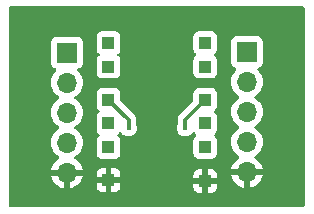
<source format=gbl>
%TF.GenerationSoftware,KiCad,Pcbnew,8.0.3*%
%TF.CreationDate,2024-07-29T06:26:45+12:00*%
%TF.ProjectId,sot23-6,736f7432-332d-4362-9e6b-696361645f70,rev?*%
%TF.SameCoordinates,Original*%
%TF.FileFunction,Copper,L2,Bot*%
%TF.FilePolarity,Positive*%
%FSLAX46Y46*%
G04 Gerber Fmt 4.6, Leading zero omitted, Abs format (unit mm)*
G04 Created by KiCad (PCBNEW 8.0.3) date 2024-07-29 06:26:45*
%MOMM*%
%LPD*%
G01*
G04 APERTURE LIST*
%TA.AperFunction,ComponentPad*%
%ADD10R,1.000000X1.000000*%
%TD*%
%TA.AperFunction,ComponentPad*%
%ADD11O,1.700000X1.700000*%
%TD*%
%TA.AperFunction,ComponentPad*%
%ADD12R,1.700000X1.700000*%
%TD*%
%TA.AperFunction,ViaPad*%
%ADD13C,0.600000*%
%TD*%
%TA.AperFunction,ViaPad*%
%ADD14C,0.400000*%
%TD*%
%TA.AperFunction,Conductor*%
%ADD15C,0.300000*%
%TD*%
%ADD16C,0.300000*%
%ADD17C,0.200000*%
%ADD18C,0.350000*%
G04 APERTURE END LIST*
D10*
%TO.P,TP105,1,1*%
%TO.N,Net-(J101-Pin_2)*%
X95900000Y-90400000D03*
%TD*%
%TO.P,TP102,1,1*%
%TO.N,Net-(J101-Pin_1)*%
X95900000Y-87600000D03*
%TD*%
%TO.P,TP103,1,1*%
%TO.N,Net-(J102-Pin_1)*%
X104100000Y-87600000D03*
%TD*%
%TO.P,TP104,1,1*%
%TO.N,Net-(J102-Pin_1)*%
X104100000Y-85600000D03*
%TD*%
%TO.P,TP107,1,1*%
%TO.N,Net-(J101-Pin_4)*%
X95900000Y-94400000D03*
%TD*%
%TO.P,TP108,1,1*%
%TO.N,Net-(J102-Pin_4)*%
X104100000Y-94400000D03*
%TD*%
%TO.P,TP110,1,1*%
%TO.N,Net-(J102-Pin_2)*%
X104100000Y-90400000D03*
%TD*%
%TO.P,TP111,1,1*%
%TO.N,GND*%
X95900000Y-97200000D03*
%TD*%
%TO.P,TP109,1,1*%
%TO.N,Net-(J102-Pin_3)*%
X104100000Y-92400000D03*
%TD*%
D11*
%TO.P,J102,5,Pin_5*%
%TO.N,GND*%
X107620000Y-96520000D03*
%TO.P,J102,4,Pin_4*%
%TO.N,Net-(J102-Pin_4)*%
X107620000Y-93980000D03*
%TO.P,J102,3,Pin_3*%
%TO.N,Net-(J102-Pin_3)*%
X107620000Y-91440000D03*
%TO.P,J102,2,Pin_2*%
%TO.N,Net-(J102-Pin_2)*%
X107620000Y-88900000D03*
D12*
%TO.P,J102,1,Pin_1*%
%TO.N,Net-(J102-Pin_1)*%
X107620000Y-86360000D03*
%TD*%
D10*
%TO.P,TP112,1,1*%
%TO.N,GND*%
X104100000Y-97300000D03*
%TD*%
%TO.P,TP106,1,1*%
%TO.N,Net-(J101-Pin_3)*%
X95900000Y-92400000D03*
%TD*%
D11*
%TO.P,J101,5,Pin_5*%
%TO.N,GND*%
X92380000Y-96580000D03*
%TO.P,J101,4,Pin_4*%
%TO.N,Net-(J101-Pin_4)*%
X92380000Y-94040000D03*
%TO.P,J101,3,Pin_3*%
%TO.N,Net-(J101-Pin_3)*%
X92380000Y-91500000D03*
%TO.P,J101,2,Pin_2*%
%TO.N,Net-(J101-Pin_2)*%
X92380000Y-88960000D03*
D12*
%TO.P,J101,1,Pin_1*%
%TO.N,Net-(J101-Pin_1)*%
X92380000Y-86420000D03*
%TD*%
D10*
%TO.P,TP101,1,1*%
%TO.N,Net-(J101-Pin_1)*%
X95900000Y-85600000D03*
%TD*%
D13*
%TO.N,GND*%
X110000000Y-83000000D03*
X106000000Y-99000000D03*
X88000000Y-85000000D03*
X88000000Y-87000000D03*
X88000000Y-89000000D03*
X88000000Y-91000000D03*
X88000000Y-93000000D03*
X88000000Y-95000000D03*
X88000000Y-97000000D03*
X88000000Y-99000000D03*
X90000000Y-99000000D03*
X92000000Y-99000000D03*
X94000000Y-99000000D03*
X96000000Y-99000000D03*
X98000000Y-99000000D03*
X100000000Y-99000000D03*
X102000000Y-99000000D03*
X104000000Y-99000000D03*
X108000000Y-99000000D03*
X110000000Y-99000000D03*
X112000000Y-99000000D03*
X112000000Y-97000000D03*
X112000000Y-95000000D03*
X112000000Y-93000000D03*
X112000000Y-91000000D03*
X112000000Y-89000000D03*
X112000000Y-87000000D03*
X112000000Y-85000000D03*
X112000000Y-83000000D03*
X108000000Y-83000000D03*
X106000000Y-83000000D03*
X104000000Y-83000000D03*
X102000000Y-83000000D03*
X100000000Y-83000000D03*
X98000000Y-83000000D03*
X96000000Y-83000000D03*
X94000000Y-83000000D03*
X92000000Y-83000000D03*
X90000000Y-83000000D03*
X88000000Y-83000000D03*
D14*
X102500000Y-90840380D03*
X100000000Y-88200000D03*
X97562500Y-90837500D03*
X100000000Y-91800000D03*
X97200000Y-90100000D03*
X102800000Y-90100000D03*
%TO.N,Net-(J101-Pin_2)*%
X97600000Y-92800000D03*
%TO.N,Net-(J102-Pin_2)*%
X102400000Y-92800000D03*
%TD*%
D15*
%TO.N,Net-(J101-Pin_2)*%
X97600000Y-92100000D02*
X95900000Y-90400000D01*
X97600000Y-92800000D02*
X97600000Y-92100000D01*
%TO.N,Net-(J102-Pin_2)*%
X102400000Y-92100000D02*
X102400000Y-92800000D01*
X104100000Y-90400000D02*
X102400000Y-92100000D01*
%TD*%
%TA.AperFunction,Conductor*%
%TO.N,GND*%
G36*
X112442539Y-82520185D02*
G01*
X112488294Y-82572989D01*
X112499500Y-82624500D01*
X112499500Y-99375500D01*
X112479815Y-99442539D01*
X112427011Y-99488294D01*
X112375500Y-99499500D01*
X87624500Y-99499500D01*
X87557461Y-99479815D01*
X87511706Y-99427011D01*
X87500500Y-99375500D01*
X87500500Y-88959999D01*
X91024341Y-88959999D01*
X91024341Y-88960000D01*
X91044936Y-89195403D01*
X91044938Y-89195413D01*
X91106094Y-89423655D01*
X91106096Y-89423659D01*
X91106097Y-89423663D01*
X91177988Y-89577834D01*
X91205965Y-89637830D01*
X91205967Y-89637834D01*
X91341501Y-89831395D01*
X91341506Y-89831402D01*
X91508597Y-89998493D01*
X91508603Y-89998498D01*
X91694158Y-90128425D01*
X91737783Y-90183002D01*
X91744977Y-90252500D01*
X91713454Y-90314855D01*
X91694158Y-90331575D01*
X91508597Y-90461505D01*
X91341505Y-90628597D01*
X91205965Y-90822169D01*
X91205964Y-90822171D01*
X91106098Y-91036335D01*
X91106094Y-91036344D01*
X91044938Y-91264586D01*
X91044936Y-91264596D01*
X91024341Y-91499999D01*
X91024341Y-91500000D01*
X91044936Y-91735403D01*
X91044938Y-91735413D01*
X91106094Y-91963655D01*
X91106096Y-91963659D01*
X91106097Y-91963663D01*
X91177988Y-92117834D01*
X91205965Y-92177830D01*
X91205967Y-92177834D01*
X91341501Y-92371395D01*
X91341506Y-92371402D01*
X91508597Y-92538493D01*
X91508603Y-92538498D01*
X91694158Y-92668425D01*
X91737783Y-92723002D01*
X91744977Y-92792500D01*
X91713454Y-92854855D01*
X91694158Y-92871575D01*
X91508597Y-93001505D01*
X91341505Y-93168597D01*
X91205965Y-93362169D01*
X91205964Y-93362171D01*
X91106098Y-93576335D01*
X91106094Y-93576344D01*
X91044938Y-93804586D01*
X91044936Y-93804596D01*
X91024341Y-94039999D01*
X91024341Y-94040000D01*
X91044936Y-94275403D01*
X91044938Y-94275413D01*
X91106094Y-94503655D01*
X91106096Y-94503659D01*
X91106097Y-94503663D01*
X91177988Y-94657834D01*
X91205965Y-94717830D01*
X91205967Y-94717834D01*
X91341501Y-94911395D01*
X91341506Y-94911402D01*
X91508597Y-95078493D01*
X91508603Y-95078498D01*
X91694594Y-95208730D01*
X91738219Y-95263307D01*
X91745413Y-95332805D01*
X91713890Y-95395160D01*
X91694595Y-95411880D01*
X91508922Y-95541890D01*
X91508920Y-95541891D01*
X91341891Y-95708920D01*
X91341886Y-95708926D01*
X91206400Y-95902420D01*
X91206399Y-95902422D01*
X91106570Y-96116507D01*
X91106567Y-96116513D01*
X91049364Y-96329999D01*
X91049364Y-96330000D01*
X91946988Y-96330000D01*
X91914075Y-96387007D01*
X91880000Y-96514174D01*
X91880000Y-96645826D01*
X91914075Y-96772993D01*
X91946988Y-96830000D01*
X91049364Y-96830000D01*
X91106567Y-97043486D01*
X91106570Y-97043492D01*
X91206399Y-97257578D01*
X91341894Y-97451082D01*
X91508917Y-97618105D01*
X91702421Y-97753600D01*
X91916507Y-97853429D01*
X91916516Y-97853433D01*
X92130000Y-97910634D01*
X92130000Y-97013012D01*
X92187007Y-97045925D01*
X92314174Y-97080000D01*
X92445826Y-97080000D01*
X92572993Y-97045925D01*
X92630000Y-97013012D01*
X92630000Y-97910633D01*
X92843483Y-97853433D01*
X92843492Y-97853429D01*
X93057578Y-97753600D01*
X93065798Y-97747844D01*
X94900000Y-97747844D01*
X94906401Y-97807372D01*
X94906403Y-97807379D01*
X94956645Y-97942086D01*
X94956649Y-97942093D01*
X95042809Y-98057187D01*
X95042812Y-98057190D01*
X95157906Y-98143350D01*
X95157913Y-98143354D01*
X95292620Y-98193596D01*
X95292627Y-98193598D01*
X95352155Y-98199999D01*
X95352172Y-98200000D01*
X95650000Y-98200000D01*
X96150000Y-98200000D01*
X96447828Y-98200000D01*
X96447844Y-98199999D01*
X96507372Y-98193598D01*
X96507379Y-98193596D01*
X96642086Y-98143354D01*
X96642093Y-98143350D01*
X96757187Y-98057190D01*
X96757190Y-98057187D01*
X96843350Y-97942093D01*
X96843354Y-97942086D01*
X96878504Y-97847844D01*
X103100000Y-97847844D01*
X103106401Y-97907372D01*
X103106403Y-97907379D01*
X103156645Y-98042086D01*
X103156649Y-98042093D01*
X103242809Y-98157187D01*
X103242812Y-98157190D01*
X103357906Y-98243350D01*
X103357913Y-98243354D01*
X103492620Y-98293596D01*
X103492627Y-98293598D01*
X103552155Y-98299999D01*
X103552172Y-98300000D01*
X103850000Y-98300000D01*
X104350000Y-98300000D01*
X104647828Y-98300000D01*
X104647844Y-98299999D01*
X104707372Y-98293598D01*
X104707379Y-98293596D01*
X104842086Y-98243354D01*
X104842093Y-98243350D01*
X104957187Y-98157190D01*
X104957190Y-98157187D01*
X105043350Y-98042093D01*
X105043354Y-98042086D01*
X105093596Y-97907379D01*
X105093598Y-97907372D01*
X105099999Y-97847844D01*
X105100000Y-97847827D01*
X105100000Y-97550000D01*
X104350000Y-97550000D01*
X104350000Y-98300000D01*
X103850000Y-98300000D01*
X103850000Y-97550000D01*
X103100000Y-97550000D01*
X103100000Y-97847844D01*
X96878504Y-97847844D01*
X96893596Y-97807379D01*
X96893598Y-97807372D01*
X96899999Y-97747844D01*
X96900000Y-97747827D01*
X96900000Y-97450000D01*
X96150000Y-97450000D01*
X96150000Y-98200000D01*
X95650000Y-98200000D01*
X95650000Y-97450000D01*
X94900000Y-97450000D01*
X94900000Y-97747844D01*
X93065798Y-97747844D01*
X93251082Y-97618105D01*
X93418105Y-97451082D01*
X93553600Y-97257578D01*
X93603637Y-97150272D01*
X95650000Y-97150272D01*
X95650000Y-97249728D01*
X95688060Y-97341614D01*
X95758386Y-97411940D01*
X95850272Y-97450000D01*
X95949728Y-97450000D01*
X96041614Y-97411940D01*
X96111940Y-97341614D01*
X96149775Y-97250272D01*
X103850000Y-97250272D01*
X103850000Y-97349728D01*
X103888060Y-97441614D01*
X103958386Y-97511940D01*
X104050272Y-97550000D01*
X104149728Y-97550000D01*
X104241614Y-97511940D01*
X104311940Y-97441614D01*
X104350000Y-97349728D01*
X104350000Y-97250272D01*
X104311940Y-97158386D01*
X104241614Y-97088060D01*
X104149728Y-97050000D01*
X104350000Y-97050000D01*
X105100000Y-97050000D01*
X105100000Y-96752172D01*
X105099999Y-96752155D01*
X105093598Y-96692627D01*
X105093596Y-96692620D01*
X105043354Y-96557913D01*
X105043350Y-96557906D01*
X104957190Y-96442812D01*
X104957187Y-96442809D01*
X104842093Y-96356649D01*
X104842086Y-96356645D01*
X104707379Y-96306403D01*
X104707372Y-96306401D01*
X104647844Y-96300000D01*
X104350000Y-96300000D01*
X104350000Y-97050000D01*
X104149728Y-97050000D01*
X104050272Y-97050000D01*
X103958386Y-97088060D01*
X103888060Y-97158386D01*
X103850000Y-97250272D01*
X96149775Y-97250272D01*
X96150000Y-97249728D01*
X96150000Y-97150272D01*
X96111940Y-97058386D01*
X96041614Y-96988060D01*
X95949728Y-96950000D01*
X96150000Y-96950000D01*
X96900000Y-96950000D01*
X96900000Y-96752155D01*
X103100000Y-96752155D01*
X103100000Y-97050000D01*
X103850000Y-97050000D01*
X103850000Y-96300000D01*
X103552155Y-96300000D01*
X103492627Y-96306401D01*
X103492620Y-96306403D01*
X103357913Y-96356645D01*
X103357906Y-96356649D01*
X103242812Y-96442809D01*
X103242809Y-96442812D01*
X103156649Y-96557906D01*
X103156645Y-96557913D01*
X103106403Y-96692620D01*
X103106401Y-96692627D01*
X103100000Y-96752155D01*
X96900000Y-96752155D01*
X96900000Y-96652172D01*
X96899999Y-96652155D01*
X96893598Y-96592627D01*
X96893596Y-96592620D01*
X96843354Y-96457913D01*
X96843350Y-96457906D01*
X96757190Y-96342812D01*
X96757187Y-96342809D01*
X96642093Y-96256649D01*
X96642086Y-96256645D01*
X96507379Y-96206403D01*
X96507372Y-96206401D01*
X96447844Y-96200000D01*
X96150000Y-96200000D01*
X96150000Y-96950000D01*
X95949728Y-96950000D01*
X95850272Y-96950000D01*
X95758386Y-96988060D01*
X95688060Y-97058386D01*
X95650000Y-97150272D01*
X93603637Y-97150272D01*
X93653429Y-97043492D01*
X93653432Y-97043486D01*
X93710636Y-96830000D01*
X92813012Y-96830000D01*
X92845925Y-96772993D01*
X92878304Y-96652155D01*
X94900000Y-96652155D01*
X94900000Y-96950000D01*
X95650000Y-96950000D01*
X95650000Y-96200000D01*
X95352155Y-96200000D01*
X95292627Y-96206401D01*
X95292620Y-96206403D01*
X95157913Y-96256645D01*
X95157906Y-96256649D01*
X95042812Y-96342809D01*
X95042809Y-96342812D01*
X94956649Y-96457906D01*
X94956645Y-96457913D01*
X94906403Y-96592620D01*
X94906401Y-96592627D01*
X94900000Y-96652155D01*
X92878304Y-96652155D01*
X92880000Y-96645826D01*
X92880000Y-96514174D01*
X92845925Y-96387007D01*
X92813012Y-96330000D01*
X93710636Y-96330000D01*
X93710635Y-96329999D01*
X93653432Y-96116513D01*
X93653429Y-96116507D01*
X93553600Y-95902422D01*
X93553599Y-95902420D01*
X93418113Y-95708926D01*
X93418108Y-95708920D01*
X93251078Y-95541890D01*
X93065405Y-95411879D01*
X93021780Y-95357302D01*
X93014588Y-95287804D01*
X93046110Y-95225449D01*
X93065406Y-95208730D01*
X93073151Y-95203307D01*
X93251401Y-95078495D01*
X93418495Y-94911401D01*
X93554035Y-94717830D01*
X93653903Y-94503663D01*
X93715063Y-94275408D01*
X93735659Y-94040000D01*
X93715063Y-93804592D01*
X93653903Y-93576337D01*
X93554035Y-93362171D01*
X93512022Y-93302169D01*
X93418494Y-93168597D01*
X93251402Y-93001506D01*
X93251396Y-93001501D01*
X93065842Y-92871575D01*
X93022217Y-92816998D01*
X93015023Y-92747500D01*
X93046546Y-92685145D01*
X93065842Y-92668425D01*
X93088026Y-92652891D01*
X93251401Y-92538495D01*
X93418495Y-92371401D01*
X93554035Y-92177830D01*
X93653903Y-91963663D01*
X93715063Y-91735408D01*
X93735659Y-91500000D01*
X93715063Y-91264592D01*
X93653903Y-91036337D01*
X93554035Y-90822171D01*
X93512022Y-90762169D01*
X93418494Y-90628597D01*
X93251402Y-90461506D01*
X93251396Y-90461501D01*
X93065842Y-90331575D01*
X93022217Y-90276998D01*
X93015023Y-90207500D01*
X93046546Y-90145145D01*
X93065842Y-90128425D01*
X93143519Y-90074035D01*
X93251401Y-89998495D01*
X93397761Y-89852135D01*
X94899500Y-89852135D01*
X94899500Y-90947870D01*
X94899501Y-90947876D01*
X94905908Y-91007483D01*
X94956202Y-91142328D01*
X94956206Y-91142335D01*
X95042452Y-91257544D01*
X95042453Y-91257544D01*
X95042454Y-91257546D01*
X95051872Y-91264596D01*
X95100145Y-91300734D01*
X95142015Y-91356668D01*
X95146999Y-91426360D01*
X95113513Y-91487683D01*
X95100145Y-91499266D01*
X95042452Y-91542455D01*
X94956206Y-91657664D01*
X94956202Y-91657671D01*
X94905908Y-91792517D01*
X94899501Y-91852116D01*
X94899501Y-91852123D01*
X94899500Y-91852135D01*
X94899500Y-92947870D01*
X94899501Y-92947876D01*
X94905908Y-93007483D01*
X94956202Y-93142328D01*
X94956206Y-93142335D01*
X95042452Y-93257544D01*
X95042453Y-93257544D01*
X95042454Y-93257546D01*
X95056323Y-93267928D01*
X95100145Y-93300734D01*
X95142015Y-93356668D01*
X95146999Y-93426360D01*
X95113513Y-93487683D01*
X95100145Y-93499266D01*
X95042452Y-93542455D01*
X94956206Y-93657664D01*
X94956202Y-93657671D01*
X94905908Y-93792517D01*
X94899501Y-93852116D01*
X94899501Y-93852123D01*
X94899500Y-93852135D01*
X94899500Y-94947870D01*
X94899501Y-94947876D01*
X94905908Y-95007483D01*
X94956202Y-95142328D01*
X94956206Y-95142335D01*
X95042452Y-95257544D01*
X95042455Y-95257547D01*
X95157664Y-95343793D01*
X95157671Y-95343797D01*
X95292517Y-95394091D01*
X95292516Y-95394091D01*
X95299444Y-95394835D01*
X95352127Y-95400500D01*
X96447872Y-95400499D01*
X96507483Y-95394091D01*
X96642331Y-95343796D01*
X96757546Y-95257546D01*
X96843796Y-95142331D01*
X96894091Y-95007483D01*
X96900500Y-94947873D01*
X96900499Y-93852128D01*
X96894091Y-93792517D01*
X96843796Y-93657669D01*
X96843795Y-93657668D01*
X96843793Y-93657664D01*
X96757547Y-93542456D01*
X96757548Y-93542456D01*
X96757546Y-93542454D01*
X96699854Y-93499265D01*
X96657984Y-93443333D01*
X96653000Y-93373641D01*
X96686485Y-93312318D01*
X96699854Y-93300734D01*
X96757546Y-93257546D01*
X96813975Y-93182165D01*
X96869908Y-93140296D01*
X96939600Y-93135312D01*
X97000923Y-93168797D01*
X97015288Y-93186034D01*
X97071817Y-93267929D01*
X97171983Y-93356668D01*
X97199150Y-93380736D01*
X97349773Y-93459789D01*
X97349775Y-93459790D01*
X97514944Y-93500500D01*
X97685056Y-93500500D01*
X97850225Y-93459790D01*
X97975403Y-93394091D01*
X98000849Y-93380736D01*
X98000850Y-93380734D01*
X98000852Y-93380734D01*
X98128183Y-93267929D01*
X98224818Y-93127930D01*
X98285140Y-92968872D01*
X98305645Y-92800000D01*
X101694355Y-92800000D01*
X101714859Y-92968869D01*
X101714860Y-92968874D01*
X101775182Y-93127931D01*
X101815291Y-93186038D01*
X101871817Y-93267929D01*
X101971983Y-93356668D01*
X101999150Y-93380736D01*
X102149773Y-93459789D01*
X102149775Y-93459790D01*
X102314944Y-93500500D01*
X102485056Y-93500500D01*
X102650225Y-93459790D01*
X102775403Y-93394091D01*
X102800849Y-93380736D01*
X102800850Y-93380734D01*
X102800852Y-93380734D01*
X102928183Y-93267929D01*
X102984709Y-93186036D01*
X103038991Y-93142048D01*
X103108439Y-93134388D01*
X103171004Y-93165491D01*
X103186024Y-93182166D01*
X103242454Y-93257546D01*
X103281124Y-93286494D01*
X103300145Y-93300734D01*
X103342015Y-93356668D01*
X103346999Y-93426360D01*
X103313513Y-93487683D01*
X103300145Y-93499266D01*
X103242452Y-93542455D01*
X103156206Y-93657664D01*
X103156202Y-93657671D01*
X103105908Y-93792517D01*
X103099501Y-93852116D01*
X103099501Y-93852123D01*
X103099500Y-93852135D01*
X103099500Y-94947870D01*
X103099501Y-94947876D01*
X103105908Y-95007483D01*
X103156202Y-95142328D01*
X103156206Y-95142335D01*
X103242452Y-95257544D01*
X103242455Y-95257547D01*
X103357664Y-95343793D01*
X103357671Y-95343797D01*
X103492517Y-95394091D01*
X103492516Y-95394091D01*
X103499444Y-95394835D01*
X103552127Y-95400500D01*
X104647872Y-95400499D01*
X104707483Y-95394091D01*
X104842331Y-95343796D01*
X104957546Y-95257546D01*
X105043796Y-95142331D01*
X105094091Y-95007483D01*
X105100500Y-94947873D01*
X105100499Y-93852128D01*
X105094091Y-93792517D01*
X105043796Y-93657669D01*
X105043795Y-93657668D01*
X105043793Y-93657664D01*
X104957547Y-93542456D01*
X104957548Y-93542456D01*
X104957546Y-93542454D01*
X104899854Y-93499265D01*
X104857984Y-93443333D01*
X104853000Y-93373641D01*
X104886485Y-93312318D01*
X104899854Y-93300734D01*
X104957546Y-93257546D01*
X105043796Y-93142331D01*
X105094091Y-93007483D01*
X105100500Y-92947873D01*
X105100499Y-91852128D01*
X105094091Y-91792517D01*
X105054113Y-91685331D01*
X105043797Y-91657671D01*
X105043793Y-91657664D01*
X104957547Y-91542456D01*
X104957548Y-91542456D01*
X104957546Y-91542454D01*
X104899854Y-91499265D01*
X104857984Y-91443333D01*
X104853000Y-91373641D01*
X104886485Y-91312318D01*
X104899854Y-91300734D01*
X104957546Y-91257546D01*
X105043796Y-91142331D01*
X105094091Y-91007483D01*
X105100500Y-90947873D01*
X105100499Y-89852128D01*
X105094091Y-89792517D01*
X105086215Y-89771401D01*
X105043797Y-89657671D01*
X105043793Y-89657664D01*
X104957547Y-89542455D01*
X104957544Y-89542452D01*
X104842335Y-89456206D01*
X104842328Y-89456202D01*
X104707482Y-89405908D01*
X104707483Y-89405908D01*
X104647883Y-89399501D01*
X104647881Y-89399500D01*
X104647873Y-89399500D01*
X104647864Y-89399500D01*
X103552129Y-89399500D01*
X103552123Y-89399501D01*
X103492516Y-89405908D01*
X103357671Y-89456202D01*
X103357664Y-89456206D01*
X103242455Y-89542452D01*
X103242452Y-89542455D01*
X103156206Y-89657664D01*
X103156202Y-89657671D01*
X103105908Y-89792517D01*
X103101729Y-89831395D01*
X103099501Y-89852123D01*
X103099500Y-89852135D01*
X103099500Y-90429191D01*
X103079815Y-90496230D01*
X103063181Y-90516872D01*
X101894727Y-91685325D01*
X101894726Y-91685326D01*
X101823533Y-91791876D01*
X101774499Y-91910255D01*
X101774497Y-91910261D01*
X101749500Y-92035928D01*
X101749500Y-92517065D01*
X101741442Y-92561035D01*
X101714861Y-92631122D01*
X101714859Y-92631130D01*
X101694355Y-92800000D01*
X98305645Y-92800000D01*
X98285140Y-92631128D01*
X98258558Y-92561035D01*
X98250500Y-92517065D01*
X98250500Y-92035928D01*
X98225502Y-91910261D01*
X98225501Y-91910260D01*
X98225501Y-91910256D01*
X98176465Y-91791873D01*
X98176440Y-91791835D01*
X98105277Y-91685331D01*
X98105275Y-91685329D01*
X98105273Y-91685326D01*
X96936818Y-90516871D01*
X96903333Y-90455548D01*
X96900499Y-90429190D01*
X96900499Y-89852129D01*
X96900498Y-89852123D01*
X96900497Y-89852116D01*
X96894091Y-89792517D01*
X96886215Y-89771401D01*
X96843797Y-89657671D01*
X96843793Y-89657664D01*
X96757547Y-89542455D01*
X96757544Y-89542452D01*
X96642335Y-89456206D01*
X96642328Y-89456202D01*
X96507482Y-89405908D01*
X96507483Y-89405908D01*
X96447883Y-89399501D01*
X96447881Y-89399500D01*
X96447873Y-89399500D01*
X96447864Y-89399500D01*
X95352129Y-89399500D01*
X95352123Y-89399501D01*
X95292516Y-89405908D01*
X95157671Y-89456202D01*
X95157664Y-89456206D01*
X95042455Y-89542452D01*
X95042452Y-89542455D01*
X94956206Y-89657664D01*
X94956202Y-89657671D01*
X94905908Y-89792517D01*
X94901729Y-89831395D01*
X94899501Y-89852123D01*
X94899500Y-89852135D01*
X93397761Y-89852135D01*
X93418495Y-89831401D01*
X93554035Y-89637830D01*
X93653903Y-89423663D01*
X93715063Y-89195408D01*
X93735659Y-88960000D01*
X93730409Y-88899999D01*
X106264341Y-88899999D01*
X106264341Y-88900000D01*
X106284936Y-89135403D01*
X106284938Y-89135413D01*
X106346094Y-89363655D01*
X106346096Y-89363659D01*
X106346097Y-89363663D01*
X106365797Y-89405909D01*
X106445965Y-89577830D01*
X106445967Y-89577834D01*
X106581501Y-89771395D01*
X106581506Y-89771402D01*
X106748597Y-89938493D01*
X106748603Y-89938498D01*
X106934158Y-90068425D01*
X106977783Y-90123002D01*
X106984977Y-90192500D01*
X106953454Y-90254855D01*
X106934158Y-90271575D01*
X106748597Y-90401505D01*
X106581505Y-90568597D01*
X106445965Y-90762169D01*
X106445964Y-90762171D01*
X106346098Y-90976335D01*
X106346094Y-90976344D01*
X106284938Y-91204586D01*
X106284936Y-91204596D01*
X106264341Y-91439999D01*
X106264341Y-91440000D01*
X106284936Y-91675403D01*
X106284938Y-91675413D01*
X106346094Y-91903655D01*
X106346096Y-91903659D01*
X106346097Y-91903663D01*
X106407775Y-92035931D01*
X106445965Y-92117830D01*
X106445967Y-92117834D01*
X106581501Y-92311395D01*
X106581506Y-92311402D01*
X106748597Y-92478493D01*
X106748603Y-92478498D01*
X106934158Y-92608425D01*
X106977783Y-92663002D01*
X106984977Y-92732500D01*
X106953454Y-92794855D01*
X106934158Y-92811575D01*
X106748597Y-92941505D01*
X106581505Y-93108597D01*
X106445965Y-93302169D01*
X106445964Y-93302171D01*
X106346098Y-93516335D01*
X106346094Y-93516344D01*
X106284938Y-93744586D01*
X106284936Y-93744596D01*
X106264341Y-93979999D01*
X106264341Y-93980000D01*
X106284936Y-94215403D01*
X106284938Y-94215413D01*
X106346094Y-94443655D01*
X106346096Y-94443659D01*
X106346097Y-94443663D01*
X106374072Y-94503655D01*
X106445965Y-94657830D01*
X106445967Y-94657834D01*
X106581501Y-94851395D01*
X106581506Y-94851402D01*
X106748597Y-95018493D01*
X106748603Y-95018498D01*
X106934594Y-95148730D01*
X106978219Y-95203307D01*
X106985413Y-95272805D01*
X106953890Y-95335160D01*
X106934595Y-95351880D01*
X106748922Y-95481890D01*
X106748920Y-95481891D01*
X106581891Y-95648920D01*
X106581886Y-95648926D01*
X106446400Y-95842420D01*
X106446399Y-95842422D01*
X106346570Y-96056507D01*
X106346567Y-96056513D01*
X106289364Y-96269999D01*
X106289364Y-96270000D01*
X107186988Y-96270000D01*
X107154075Y-96327007D01*
X107120000Y-96454174D01*
X107120000Y-96585826D01*
X107154075Y-96712993D01*
X107186988Y-96770000D01*
X106289364Y-96770000D01*
X106346567Y-96983486D01*
X106346570Y-96983492D01*
X106446399Y-97197578D01*
X106581894Y-97391082D01*
X106748917Y-97558105D01*
X106942421Y-97693600D01*
X107156507Y-97793429D01*
X107156516Y-97793433D01*
X107370000Y-97850634D01*
X107370000Y-96953012D01*
X107427007Y-96985925D01*
X107554174Y-97020000D01*
X107685826Y-97020000D01*
X107812993Y-96985925D01*
X107870000Y-96953012D01*
X107870000Y-97850633D01*
X108083483Y-97793433D01*
X108083492Y-97793429D01*
X108297578Y-97693600D01*
X108491082Y-97558105D01*
X108658105Y-97391082D01*
X108793600Y-97197578D01*
X108893429Y-96983492D01*
X108893432Y-96983486D01*
X108950636Y-96770000D01*
X108053012Y-96770000D01*
X108085925Y-96712993D01*
X108120000Y-96585826D01*
X108120000Y-96454174D01*
X108085925Y-96327007D01*
X108053012Y-96270000D01*
X108950636Y-96270000D01*
X108950635Y-96269999D01*
X108893432Y-96056513D01*
X108893429Y-96056507D01*
X108793600Y-95842422D01*
X108793599Y-95842420D01*
X108658113Y-95648926D01*
X108658108Y-95648920D01*
X108491078Y-95481890D01*
X108305405Y-95351879D01*
X108261780Y-95297302D01*
X108254588Y-95227804D01*
X108286110Y-95165449D01*
X108305406Y-95148730D01*
X108314549Y-95142328D01*
X108491401Y-95018495D01*
X108658495Y-94851401D01*
X108794035Y-94657830D01*
X108893903Y-94443663D01*
X108955063Y-94215408D01*
X108975659Y-93980000D01*
X108955063Y-93744592D01*
X108908626Y-93571285D01*
X108893905Y-93516344D01*
X108893904Y-93516343D01*
X108893903Y-93516337D01*
X108794035Y-93302171D01*
X108793029Y-93300733D01*
X108658494Y-93108597D01*
X108491402Y-92941506D01*
X108491396Y-92941501D01*
X108305842Y-92811575D01*
X108262217Y-92756998D01*
X108255023Y-92687500D01*
X108286546Y-92625145D01*
X108305842Y-92608425D01*
X108373522Y-92561035D01*
X108491401Y-92478495D01*
X108658495Y-92311401D01*
X108794035Y-92117830D01*
X108893903Y-91903663D01*
X108955063Y-91675408D01*
X108975659Y-91440000D01*
X108955063Y-91204592D01*
X108893903Y-90976337D01*
X108794035Y-90762171D01*
X108700508Y-90628599D01*
X108658494Y-90568597D01*
X108491402Y-90401506D01*
X108491396Y-90401501D01*
X108305842Y-90271575D01*
X108262217Y-90216998D01*
X108255023Y-90147500D01*
X108286546Y-90085145D01*
X108305842Y-90068425D01*
X108405715Y-89998493D01*
X108491401Y-89938495D01*
X108658495Y-89771401D01*
X108794035Y-89577830D01*
X108893903Y-89363663D01*
X108955063Y-89135408D01*
X108975659Y-88900000D01*
X108955063Y-88664592D01*
X108893903Y-88436337D01*
X108794035Y-88222171D01*
X108783750Y-88207483D01*
X108658496Y-88028600D01*
X108658495Y-88028599D01*
X108536567Y-87906671D01*
X108503084Y-87845351D01*
X108508068Y-87775659D01*
X108549939Y-87719725D01*
X108580915Y-87702810D01*
X108712331Y-87653796D01*
X108827546Y-87567546D01*
X108913796Y-87452331D01*
X108964091Y-87317483D01*
X108970500Y-87257873D01*
X108970499Y-85462128D01*
X108964091Y-85402517D01*
X108936175Y-85327671D01*
X108913797Y-85267671D01*
X108913793Y-85267664D01*
X108827547Y-85152455D01*
X108827544Y-85152452D01*
X108712335Y-85066206D01*
X108712328Y-85066202D01*
X108577482Y-85015908D01*
X108577483Y-85015908D01*
X108517883Y-85009501D01*
X108517881Y-85009500D01*
X108517873Y-85009500D01*
X108517864Y-85009500D01*
X106722129Y-85009500D01*
X106722123Y-85009501D01*
X106662516Y-85015908D01*
X106527671Y-85066202D01*
X106527664Y-85066206D01*
X106412455Y-85152452D01*
X106412452Y-85152455D01*
X106326206Y-85267664D01*
X106326202Y-85267671D01*
X106275908Y-85402517D01*
X106269501Y-85462116D01*
X106269501Y-85462123D01*
X106269500Y-85462135D01*
X106269500Y-87257870D01*
X106269501Y-87257876D01*
X106275908Y-87317483D01*
X106326202Y-87452328D01*
X106326206Y-87452335D01*
X106412452Y-87567544D01*
X106412455Y-87567547D01*
X106527664Y-87653793D01*
X106527671Y-87653797D01*
X106659081Y-87702810D01*
X106715015Y-87744681D01*
X106739432Y-87810145D01*
X106724580Y-87878418D01*
X106703430Y-87906673D01*
X106581503Y-88028600D01*
X106445965Y-88222169D01*
X106445964Y-88222171D01*
X106346098Y-88436335D01*
X106346094Y-88436344D01*
X106284938Y-88664586D01*
X106284936Y-88664596D01*
X106264341Y-88899999D01*
X93730409Y-88899999D01*
X93715063Y-88724592D01*
X93653903Y-88496337D01*
X93554035Y-88282171D01*
X93512021Y-88222169D01*
X93418496Y-88088600D01*
X93358495Y-88028599D01*
X93296567Y-87966671D01*
X93263084Y-87905351D01*
X93268068Y-87835659D01*
X93309939Y-87779725D01*
X93340915Y-87762810D01*
X93472331Y-87713796D01*
X93587546Y-87627546D01*
X93673796Y-87512331D01*
X93724091Y-87377483D01*
X93730500Y-87317873D01*
X93730499Y-85522128D01*
X93724091Y-85462517D01*
X93723946Y-85462129D01*
X93673797Y-85327671D01*
X93673793Y-85327664D01*
X93587547Y-85212455D01*
X93587544Y-85212452D01*
X93472335Y-85126206D01*
X93472328Y-85126202D01*
X93337482Y-85075908D01*
X93337483Y-85075908D01*
X93277883Y-85069501D01*
X93277881Y-85069500D01*
X93277873Y-85069500D01*
X93277864Y-85069500D01*
X91482129Y-85069500D01*
X91482123Y-85069501D01*
X91422516Y-85075908D01*
X91287671Y-85126202D01*
X91287664Y-85126206D01*
X91172455Y-85212452D01*
X91172452Y-85212455D01*
X91086206Y-85327664D01*
X91086202Y-85327671D01*
X91035908Y-85462517D01*
X91029501Y-85522116D01*
X91029501Y-85522123D01*
X91029500Y-85522135D01*
X91029500Y-87317870D01*
X91029501Y-87317876D01*
X91035908Y-87377483D01*
X91086202Y-87512328D01*
X91086206Y-87512335D01*
X91172452Y-87627544D01*
X91172455Y-87627547D01*
X91287664Y-87713793D01*
X91287671Y-87713797D01*
X91419081Y-87762810D01*
X91475015Y-87804681D01*
X91499432Y-87870145D01*
X91484580Y-87938418D01*
X91463430Y-87966673D01*
X91341503Y-88088600D01*
X91205965Y-88282169D01*
X91205964Y-88282171D01*
X91106098Y-88496335D01*
X91106094Y-88496344D01*
X91044938Y-88724586D01*
X91044936Y-88724596D01*
X91024341Y-88959999D01*
X87500500Y-88959999D01*
X87500500Y-85052135D01*
X94899500Y-85052135D01*
X94899500Y-86147870D01*
X94899501Y-86147876D01*
X94905908Y-86207483D01*
X94956202Y-86342328D01*
X94956206Y-86342335D01*
X95042452Y-86457544D01*
X95042453Y-86457544D01*
X95042454Y-86457546D01*
X95071615Y-86479376D01*
X95100145Y-86500734D01*
X95142015Y-86556668D01*
X95146999Y-86626360D01*
X95113513Y-86687683D01*
X95100145Y-86699266D01*
X95042452Y-86742455D01*
X94956206Y-86857664D01*
X94956202Y-86857671D01*
X94905908Y-86992517D01*
X94899501Y-87052116D01*
X94899501Y-87052123D01*
X94899500Y-87052135D01*
X94899500Y-88147870D01*
X94899501Y-88147876D01*
X94905908Y-88207483D01*
X94956202Y-88342328D01*
X94956206Y-88342335D01*
X95042452Y-88457544D01*
X95042455Y-88457547D01*
X95157664Y-88543793D01*
X95157671Y-88543797D01*
X95292517Y-88594091D01*
X95292516Y-88594091D01*
X95299444Y-88594835D01*
X95352127Y-88600500D01*
X96447872Y-88600499D01*
X96507483Y-88594091D01*
X96642331Y-88543796D01*
X96757546Y-88457546D01*
X96843796Y-88342331D01*
X96894091Y-88207483D01*
X96900500Y-88147873D01*
X96900499Y-87052128D01*
X96894091Y-86992517D01*
X96843796Y-86857669D01*
X96843795Y-86857668D01*
X96843793Y-86857664D01*
X96757547Y-86742456D01*
X96757548Y-86742456D01*
X96757546Y-86742454D01*
X96699854Y-86699265D01*
X96657984Y-86643333D01*
X96653000Y-86573641D01*
X96686485Y-86512318D01*
X96699854Y-86500734D01*
X96757546Y-86457546D01*
X96843796Y-86342331D01*
X96894091Y-86207483D01*
X96900500Y-86147873D01*
X96900499Y-85052135D01*
X103099500Y-85052135D01*
X103099500Y-86147870D01*
X103099501Y-86147876D01*
X103105908Y-86207483D01*
X103156202Y-86342328D01*
X103156206Y-86342335D01*
X103242452Y-86457544D01*
X103242453Y-86457544D01*
X103242454Y-86457546D01*
X103271615Y-86479376D01*
X103300145Y-86500734D01*
X103342015Y-86556668D01*
X103346999Y-86626360D01*
X103313513Y-86687683D01*
X103300145Y-86699266D01*
X103242452Y-86742455D01*
X103156206Y-86857664D01*
X103156202Y-86857671D01*
X103105908Y-86992517D01*
X103099501Y-87052116D01*
X103099501Y-87052123D01*
X103099500Y-87052135D01*
X103099500Y-88147870D01*
X103099501Y-88147876D01*
X103105908Y-88207483D01*
X103156202Y-88342328D01*
X103156206Y-88342335D01*
X103242452Y-88457544D01*
X103242455Y-88457547D01*
X103357664Y-88543793D01*
X103357671Y-88543797D01*
X103492517Y-88594091D01*
X103492516Y-88594091D01*
X103499444Y-88594835D01*
X103552127Y-88600500D01*
X104647872Y-88600499D01*
X104707483Y-88594091D01*
X104842331Y-88543796D01*
X104957546Y-88457546D01*
X105043796Y-88342331D01*
X105094091Y-88207483D01*
X105100500Y-88147873D01*
X105100499Y-87052128D01*
X105094091Y-86992517D01*
X105043796Y-86857669D01*
X105043795Y-86857668D01*
X105043793Y-86857664D01*
X104957547Y-86742456D01*
X104957548Y-86742456D01*
X104957546Y-86742454D01*
X104899854Y-86699265D01*
X104857984Y-86643333D01*
X104853000Y-86573641D01*
X104886485Y-86512318D01*
X104899854Y-86500734D01*
X104957546Y-86457546D01*
X105043796Y-86342331D01*
X105094091Y-86207483D01*
X105100500Y-86147873D01*
X105100499Y-85052128D01*
X105094091Y-84992517D01*
X105043796Y-84857669D01*
X105043795Y-84857668D01*
X105043793Y-84857664D01*
X104957547Y-84742455D01*
X104957544Y-84742452D01*
X104842335Y-84656206D01*
X104842328Y-84656202D01*
X104707482Y-84605908D01*
X104707483Y-84605908D01*
X104647883Y-84599501D01*
X104647881Y-84599500D01*
X104647873Y-84599500D01*
X104647864Y-84599500D01*
X103552129Y-84599500D01*
X103552123Y-84599501D01*
X103492516Y-84605908D01*
X103357671Y-84656202D01*
X103357664Y-84656206D01*
X103242455Y-84742452D01*
X103242452Y-84742455D01*
X103156206Y-84857664D01*
X103156202Y-84857671D01*
X103105908Y-84992517D01*
X103099501Y-85052116D01*
X103099501Y-85052123D01*
X103099500Y-85052135D01*
X96900499Y-85052135D01*
X96900499Y-85052128D01*
X96894091Y-84992517D01*
X96843796Y-84857669D01*
X96843795Y-84857668D01*
X96843793Y-84857664D01*
X96757547Y-84742455D01*
X96757544Y-84742452D01*
X96642335Y-84656206D01*
X96642328Y-84656202D01*
X96507482Y-84605908D01*
X96507483Y-84605908D01*
X96447883Y-84599501D01*
X96447881Y-84599500D01*
X96447873Y-84599500D01*
X96447864Y-84599500D01*
X95352129Y-84599500D01*
X95352123Y-84599501D01*
X95292516Y-84605908D01*
X95157671Y-84656202D01*
X95157664Y-84656206D01*
X95042455Y-84742452D01*
X95042452Y-84742455D01*
X94956206Y-84857664D01*
X94956202Y-84857671D01*
X94905908Y-84992517D01*
X94899501Y-85052116D01*
X94899501Y-85052123D01*
X94899500Y-85052135D01*
X87500500Y-85052135D01*
X87500500Y-82624500D01*
X87520185Y-82557461D01*
X87572989Y-82511706D01*
X87624500Y-82500500D01*
X112375500Y-82500500D01*
X112442539Y-82520185D01*
G37*
%TD.AperFunction*%
%TD*%
D16*
X110000000Y-83000000D03*
X106000000Y-99000000D03*
X88000000Y-85000000D03*
X88000000Y-87000000D03*
X88000000Y-89000000D03*
X88000000Y-91000000D03*
X88000000Y-93000000D03*
X88000000Y-95000000D03*
X88000000Y-97000000D03*
X88000000Y-99000000D03*
X90000000Y-99000000D03*
X92000000Y-99000000D03*
X94000000Y-99000000D03*
X96000000Y-99000000D03*
X98000000Y-99000000D03*
X100000000Y-99000000D03*
X102000000Y-99000000D03*
X104000000Y-99000000D03*
X108000000Y-99000000D03*
X110000000Y-99000000D03*
X112000000Y-99000000D03*
X112000000Y-97000000D03*
X112000000Y-95000000D03*
X112000000Y-93000000D03*
X112000000Y-91000000D03*
X112000000Y-89000000D03*
X112000000Y-87000000D03*
X112000000Y-85000000D03*
X112000000Y-83000000D03*
X108000000Y-83000000D03*
X106000000Y-83000000D03*
X104000000Y-83000000D03*
X102000000Y-83000000D03*
X100000000Y-83000000D03*
X98000000Y-83000000D03*
X96000000Y-83000000D03*
X94000000Y-83000000D03*
X92000000Y-83000000D03*
X90000000Y-83000000D03*
X88000000Y-83000000D03*
D17*
X102500000Y-90840380D03*
X100000000Y-88200000D03*
X97562500Y-90837500D03*
X100000000Y-91800000D03*
X97200000Y-90100000D03*
X102800000Y-90100000D03*
X97600000Y-92800000D03*
X102400000Y-92800000D03*
D18*
X95900000Y-90400000D03*
X95900000Y-87600000D03*
X104100000Y-87600000D03*
X104100000Y-85600000D03*
X95900000Y-94400000D03*
X104100000Y-94400000D03*
X104100000Y-90400000D03*
X95900000Y-97200000D03*
X104100000Y-92400000D03*
X107620000Y-96520000D03*
X107620000Y-93980000D03*
X107620000Y-91440000D03*
X107620000Y-88900000D03*
X107620000Y-86360000D03*
X104100000Y-97300000D03*
X95900000Y-92400000D03*
X92380000Y-96580000D03*
X92380000Y-94040000D03*
X92380000Y-91500000D03*
X92380000Y-88960000D03*
X92380000Y-86420000D03*
X95900000Y-85600000D03*
M02*

</source>
